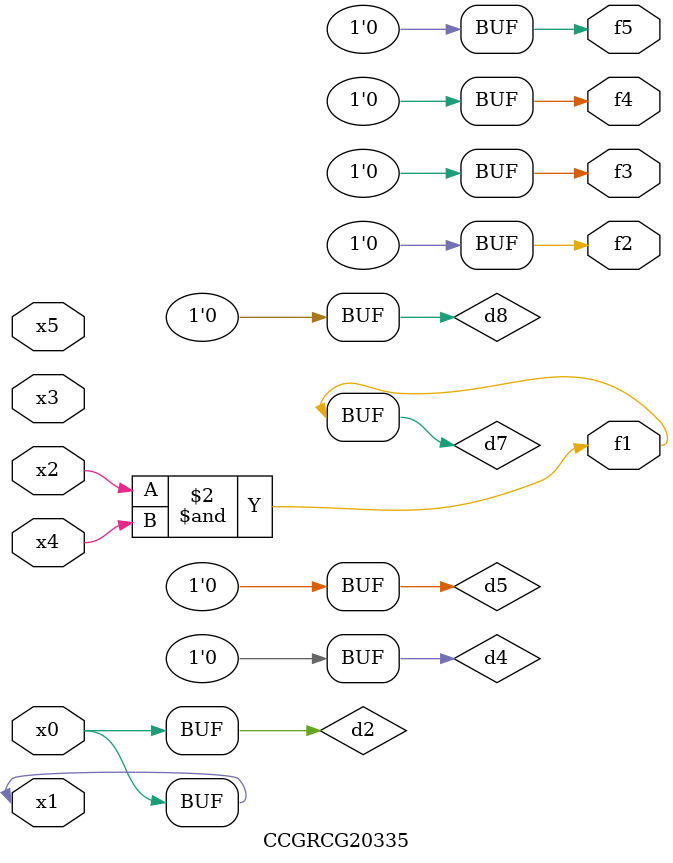
<source format=v>
module CCGRCG20335(
	input x0, x1, x2, x3, x4, x5,
	output f1, f2, f3, f4, f5
);

	wire d1, d2, d3, d4, d5, d6, d7, d8, d9;

	nand (d1, x1);
	buf (d2, x0, x1);
	nand (d3, x2, x4);
	and (d4, d1, d2);
	and (d5, d1, d2);
	nand (d6, d1, d3);
	not (d7, d3);
	xor (d8, d5);
	nor (d9, d5, d6);
	assign f1 = d7;
	assign f2 = d8;
	assign f3 = d8;
	assign f4 = d8;
	assign f5 = d8;
endmodule

</source>
